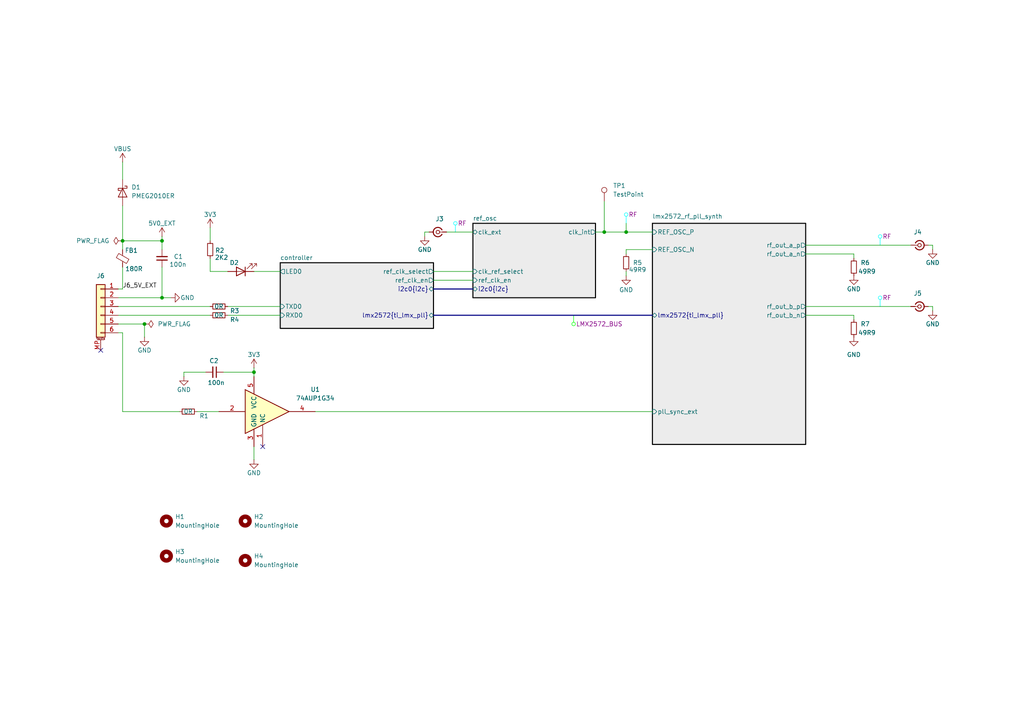
<source format=kicad_sch>
(kicad_sch (version 20250114) (generator "eeschema") (generator_version "9.0")
  (paper "A4")
  (title_block (title "TOP LEVEL") (date "2025-03-28") (rev "${REVISION}") (company "${COMPANY}"))
  (lib_symbols
    (symbol "74xGxx:74AUP1G34"
      (property "Reference" "U" (at -2.54 3.81 0))
      (property "Value" "74AUP1G34" (at 0 -3.81 0))
      (symbol "74AUP1G34_0_1"
        (polyline (pts (xy -7.62 6.35) (xy -7.62 -6.35) (xy 5.08 0) (xy -7.62 6.35)) (stroke (width 0.254)) (fill (type background)))
      )
      (symbol "74AUP1G34_1_1"
        (pin input line (at -15.24 0 0) (length 7.62) (name "~") (number "2"))
        (pin power_in line (at -5.08 10.16 270) (length 5.08) (name "VCC") (number "5"))
        (pin power_in line (at -5.08 -10.16 90) (length 5.08) (name "GND") (number "3"))
        (pin free line (at -2.54 -10.16 90) (length 6.35) (name "NC") (number "1"))
        (pin output line (at 12.7 0 180) (length 7.62) (name "~") (number "4"))
      )
    )
    (symbol "Connector:Conn_Coaxial_Small" (pin_numbers (hide yes)) (pin_names (offset 1.016) (hide yes))
      (property "Reference" "J" (at 0.254 3.048 0))
      (property "Value" "Conn_Coaxial_Small" (at 0 -3.81 0))
      (symbol "Conn_Coaxial_Small_0_1"
        (polyline (pts (xy -2.54 0) (xy -0.508 0)))
        (circle (center 0 0) (radius 0.508) (stroke (width 0.2032)))
      )
      (symbol "Conn_Coaxial_Small_1_1"
        (arc (start 1.3484 0.0039) (mid 0.327 -1.308) (end -1.1916 -0.6311) (stroke (width 0.3048)))
        (arc (start -1.1916 0.6311) (mid 0.327 1.3081) (end 1.3484 -0.0039) (stroke (width 0.3048)))
        (pin passive line (at -2.54 0 0) (length 1.27) (name "In") (number "1"))
        (pin passive line (at 2.54 0 180) (length 1.27) (name "Ext") (number "2"))
      )
    )
    (symbol "Connector:TestPoint" (pin_numbers (hide yes)) (pin_names (offset 0.762) (hide yes))
      (property "Reference" "TP" (at 0 6.858 0))
      (property "Value" "TestPoint" (at 0 5.08 0))
      (symbol "TestPoint_0_1"
        (circle (center 0 3.302) (radius 0.762))
      )
      (symbol "TestPoint_1_1"
        (pin passive line (at 0 0 90) (length 2.54) (name "1") (number "1"))
      )
    )
    (symbol "Connector_Generic_MountingPin:Conn_01x06_MountingPin" (pin_names (offset 1.016) (hide yes))
      (property "Reference" "J" (at 0 7.62 0))
      (property "Value" "Conn_01x06_MountingPin" (at 1.27 -10.16 0))
      (symbol "Conn_01x06_MountingPin_1_1"
        (rectangle (start -1.27 6.35) (end 1.27 -8.89) (stroke (width 0.254)) (fill (type background)))
        (rectangle (start -1.27 5.207) (end 0 4.953) (stroke (width 0.1524)))
        (rectangle (start -1.27 2.667) (end 0 2.413) (stroke (width 0.1524)))
        (rectangle (start -1.27 0.127) (end 0 -0.127) (stroke (width 0.1524)))
        (rectangle (start -1.27 -2.413) (end 0 -2.667) (stroke (width 0.1524)))
        (rectangle (start -1.27 -4.953) (end 0 -5.207) (stroke (width 0.1524)))
        (rectangle (start -1.27 -7.493) (end 0 -7.747) (stroke (width 0.1524)))
        (polyline (pts (xy -1.016 -9.652) (xy 1.016 -9.652)) (stroke (width 0.1524)))
        (text "Mounting" (at 0 -9.271 0) (effects (font (size 0.381 0.381))))
        (pin passive line (at -5.08 5.08 0) (length 3.81) (name "Pin_1") (number "1"))
        (pin passive line (at -5.08 2.54 0) (length 3.81) (name "Pin_2") (number "2"))
        (pin passive line (at -5.08 0 0) (length 3.81) (name "Pin_3") (number "3"))
        (pin passive line (at -5.08 -2.54 0) (length 3.81) (name "Pin_4") (number "4"))
        (pin passive line (at -5.08 -5.08 0) (length 3.81) (name "Pin_5") (number "5"))
        (pin passive line (at -5.08 -7.62 0) (length 3.81) (name "Pin_6") (number "6"))
        (pin passive line (at 0 -12.7 90) (length 3.048) (name "MountPin") (number "MP"))
      )
    )
    (symbol "Device:C_Small" (pin_numbers (hide yes)) (pin_names (offset 0.254) (hide yes))
      (property "Reference" "C" (at 0.254 1.778 0))
      (property "Value" "C_Small" (at 0.254 -2.032 0))
      (symbol "C_Small_0_1"
        (polyline (pts (xy -1.524 0.508) (xy 1.524 0.508)) (stroke (width 0.3048)))
        (polyline (pts (xy -1.524 -0.508) (xy 1.524 -0.508)) (stroke (width 0.3302)))
      )
      (symbol "C_Small_1_1"
        (pin passive line (at 0 2.54 270) (length 2.032) (name "~") (number "1"))
        (pin passive line (at 0 -2.54 90) (length 2.032) (name "~") (number "2"))
      )
    )
    (symbol "Device:FerriteBead_Small" (pin_numbers (hide yes)) (pin_names (offset 0))
      (property "Reference" "FB" (at 1.905 1.27 0))
      (property "Value" "FerriteBead_Small" (at 1.905 -1.27 0))
      (symbol "FerriteBead_Small_0_1"
        (polyline (pts (xy -1.8288 0.2794) (xy -1.1176 1.4986) (xy 1.8288 -0.2032) (xy 1.1176 -1.4224) (xy -1.8288 0.2794)))
        (polyline (pts (xy 0 0.889) (xy 0 1.2954)))
        (polyline (pts (xy 0 -1.27) (xy 0 -0.7874)))
      )
      (symbol "FerriteBead_Small_1_1"
        (pin passive line (at 0 2.54 270) (length 1.27) (name "~") (number "1"))
        (pin passive line (at 0 -2.54 90) (length 1.27) (name "~") (number "2"))
      )
    )
    (symbol "Device:LED" (pin_numbers (hide yes)) (pin_names (offset 1.016) (hide yes))
      (property "Reference" "D" (at 0 2.54 0))
      (property "Value" "LED" (at 0 -2.54 0))
      (symbol "LED_0_1"
        (polyline (pts (xy -3.048 -0.762) (xy -4.572 -2.286) (xy -3.81 -2.286) (xy -4.572 -2.286) (xy -4.572 -1.524)))
        (polyline (pts (xy -1.778 -0.762) (xy -3.302 -2.286) (xy -2.54 -2.286) (xy -3.302 -2.286) (xy -3.302 -1.524)))
        (polyline (pts (xy -1.27 0) (xy 1.27 0)))
        (polyline (pts (xy -1.27 -1.27) (xy -1.27 1.27)) (stroke (width 0.254)))
        (polyline (pts (xy 1.27 -1.27) (xy 1.27 1.27) (xy -1.27 0) (xy 1.27 -1.27)) (stroke (width 0.254)))
      )
      (symbol "LED_1_1"
        (pin passive line (at -3.81 0 0) (length 2.54) (name "K") (number "1"))
        (pin passive line (at 3.81 0 180) (length 2.54) (name "A") (number "2"))
      )
    )
    (symbol "Device:R_Small" (pin_numbers (hide yes)) (pin_names (offset 0.254) (hide yes))
      (property "Reference" "R" (at 0.762 0.508 0))
      (property "Value" "R_Small" (at 0.762 -1.016 0))
      (symbol "R_Small_0_1"
        (rectangle (start -0.762 1.778) (end 0.762 -1.778) (stroke (width 0.2032)))
      )
      (symbol "R_Small_1_1"
        (pin passive line (at 0 2.54 270) (length 0.762) (name "~") (number "1"))
        (pin passive line (at 0 -2.54 90) (length 0.762) (name "~") (number "2"))
      )
    )
    (symbol "Diode:PMEG2010ER" (pin_numbers (hide yes)) (pin_names (hide yes))
      (property "Reference" "D" (at 0 2.54 0))
      (property "Value" "PMEG2010ER" (at 0 -2.54 0))
      (symbol "PMEG2010ER_0_1"
        (polyline (pts (xy -1.905 0.635) (xy -1.905 1.27) (xy -1.27 1.27) (xy -1.27 -1.27) (xy -0.635 -1.27) (xy -0.635 -0.635)) (stroke (width 0.2032)))
        (polyline (pts (xy 1.27 1.27) (xy 1.27 -1.27) (xy -1.27 0) (xy 1.27 1.27)) (stroke (width 0.2032)))
        (polyline (pts (xy 1.27 0) (xy -1.27 0)))
      )
      (symbol "PMEG2010ER_1_1"
        (pin passive line (at -3.81 0 0) (length 2.54) (name "K") (number "1"))
        (pin passive line (at 3.81 0 180) (length 2.54) (name "A") (number "2"))
      )
    )
    (symbol "Mechanical:MountingHole" (pin_names (offset 1.016)) (exclude_from_sim yes) (in_bom no)
      (property "Reference" "H" (at 0 5.08 0))
      (property "Value" "MountingHole" (at 0 3.175 0))
      (symbol "MountingHole_0_1"
        (circle (center 0 0) (radius 1.27) (stroke (width 1.27)))
      )
    )
    (symbol "power:+3V3" (power) (pin_numbers (hide yes)) (pin_names (offset 0) (hide yes))
      (property "Value" "+3V3" (at 0 3.556 0))
      (symbol "+3V3_0_1"
        (polyline (pts (xy -0.762 1.27) (xy 0 2.54)))
        (polyline (pts (xy 0 2.54) (xy 0.762 1.27)))
        (polyline (pts (xy 0 0) (xy 0 2.54)))
      )
      (symbol "+3V3_1_1"
        (pin power_in line (at 0 0 90) (length 0) (name "~") (number "1"))
      )
    )
    (symbol "power:GND" (power) (pin_numbers (hide yes)) (pin_names (offset 0) (hide yes))
      (property "Value" "GND" (at 0 -3.81 0))
      (symbol "GND_0_1"
        (polyline (pts (xy 0 0) (xy 0 -1.27) (xy 1.27 -1.27) (xy 0 -2.54) (xy -1.27 -1.27) (xy 0 -1.27)))
      )
      (symbol "GND_1_1"
        (pin power_in line (at 0 0 270) (length 0) (name "~") (number "1"))
      )
    )
    (symbol "power:PWR_FLAG" (power) (pin_numbers (hide yes)) (pin_names (offset 0) (hide yes))
      (property "Value" "PWR_FLAG" (at 0 3.81 0))
      (symbol "PWR_FLAG_0_0"
        (pin power_out line (at 0 0 90) (length 0) (name "~") (number "1"))
      )
      (symbol "PWR_FLAG_0_1"
        (polyline (pts (xy 0 0) (xy 0 1.27) (xy -1.016 1.905) (xy 0 2.54) (xy 1.016 1.905) (xy 0 1.27)))
      )
    )
  )
  (junction (at 181.61 67.31))
  (junction (at 73.66 107.95))
  (junction (at 41.91 93.98))
  (junction (at 35.56 69.85))
  (junction (at 46.99 86.36))
  (junction (at 175.26 67.31))
  (junction (at 46.99 69.85))
  (no_connect (at 29.21 101.6))
  (no_connect (at 76.2 129.54))
  (wire (pts (xy 73.66 78.74) (xy 81.28 78.74)))
  (wire (pts (xy 34.29 91.44) (xy 60.96 91.44)))
  (bus (pts (xy 125.73 91.44) (xy 189.23 91.44)))
  (wire (pts (xy 60.96 66.04) (xy 60.96 69.85)))
  (wire (pts (xy 35.56 69.85) (xy 35.56 72.39)))
  (wire (pts (xy 125.73 81.28) (xy 137.16 81.28)))
  (wire (pts (xy 181.61 72.39) (xy 181.61 73.66)))
  (wire (pts (xy 41.91 93.98) (xy 41.91 97.79)))
  (wire (pts (xy 73.66 129.54) (xy 73.66 133.35)))
  (wire (pts (xy 233.68 71.12) (xy 264.16 71.12)))
  (wire (pts (xy 73.66 106.68) (xy 73.66 107.95)))
  (wire (pts (xy 35.56 83.82) (xy 34.29 83.82)))
  (wire (pts (xy 35.56 77.47) (xy 35.56 83.82)))
  (wire (pts (xy 57.15 119.38) (xy 63.5 119.38)))
  (wire (pts (xy 35.56 119.38) (xy 52.07 119.38)))
  (wire (pts (xy 66.04 91.44) (xy 81.28 91.44)))
  (wire (pts (xy 35.56 96.52) (xy 34.29 96.52)))
  (wire (pts (xy 233.68 88.9) (xy 264.16 88.9)))
  (wire (pts (xy 46.99 68.58) (xy 46.99 69.85)))
  (wire (pts (xy 175.26 58.42) (xy 175.26 67.31)))
  (wire (pts (xy 269.24 71.12) (xy 270.51 71.12)))
  (wire (pts (xy 34.29 93.98) (xy 41.91 93.98)))
  (wire (pts (xy 124.46 67.31) (xy 123.19 67.31)))
  (wire (pts (xy 233.68 73.66) (xy 247.65 73.66)))
  (wire (pts (xy 34.29 88.9) (xy 60.96 88.9)))
  (wire (pts (xy 181.61 67.31) (xy 189.23 67.31)))
  (wire (pts (xy 247.65 91.44) (xy 247.65 92.71)))
  (wire (pts (xy 64.77 107.95) (xy 73.66 107.95)))
  (wire (pts (xy 247.65 73.66) (xy 247.65 74.93)))
  (wire (pts (xy 35.56 59.69) (xy 35.56 69.85)))
  (wire (pts (xy 172.72 67.31) (xy 175.26 67.31)))
  (wire (pts (xy 60.96 78.74) (xy 60.96 74.93)))
  (wire (pts (xy 66.04 78.74) (xy 60.96 78.74)))
  (wire (pts (xy 35.56 46.99) (xy 35.56 52.07)))
  (wire (pts (xy 46.99 69.85) (xy 35.56 69.85)))
  (wire (pts (xy 175.26 67.31) (xy 181.61 67.31)))
  (wire (pts (xy 233.68 91.44) (xy 247.65 91.44)))
  (wire (pts (xy 181.61 78.74) (xy 181.61 80.01)))
  (wire (pts (xy 181.61 72.39) (xy 189.23 72.39)))
  (wire (pts (xy 46.99 72.39) (xy 46.99 69.85)))
  (bus (pts (xy 125.73 83.82) (xy 137.16 83.82)))
  (wire (pts (xy 49.53 86.36) (xy 46.99 86.36)))
  (wire (pts (xy 66.04 88.9) (xy 81.28 88.9)))
  (wire (pts (xy 46.99 86.36) (xy 34.29 86.36)))
  (wire (pts (xy 123.19 67.31) (xy 123.19 68.58)))
  (wire (pts (xy 129.54 67.31) (xy 137.16 67.31)))
  (wire (pts (xy 35.56 96.52) (xy 35.56 119.38)))
  (wire (pts (xy 46.99 77.47) (xy 46.99 86.36)))
  (wire (pts (xy 270.51 88.9) (xy 270.51 90.17)))
  (wire (pts (xy 181.61 64.77) (xy 181.61 67.31)))
  (wire (pts (xy 59.69 107.95) (xy 53.34 107.95)))
  (wire (pts (xy 91.44 119.38) (xy 189.23 119.38)))
  (wire (pts (xy 73.66 107.95) (xy 73.66 109.22)))
  (wire (pts (xy 270.51 71.12) (xy 270.51 72.39)))
  (wire (pts (xy 125.73 78.74) (xy 137.16 78.74)))
  (wire (pts (xy 269.24 88.9) (xy 270.51 88.9)))
  (wire (pts (xy 53.34 107.95) (xy 53.34 109.22)))
  (label "J6_5V_EXT" (at 35.56 83.82 0))
  (netclass_flag "" (length 2.54) (shape round) (at 255.27 71.12 0) (property "Netclass" "RF" (at 255.9685 68.58 0) (effects (justify left))))
  (netclass_flag "" (length 2.54) (shape round) (at 181.61 64.77 0) (property "Netclass" "RF" (at 182.3085 62.23 0) (effects (justify left))))
  (netclass_flag "" (length 2.54) (shape round) (at 255.27 88.9 0) (property "Netclass" "RF" (at 255.9685 86.36 0) (effects (justify left))))
  (netclass_flag "" (length 2.54) (shape round) (at 166.37 91.44 180) (property "Netclass" "LMX2572_BUS" (at 167.0685 93.98 0) (effects (justify left))))
  (netclass_flag "" (length 2.54) (shape round) (at 132.08 67.31 0) (property "Netclass" "RF" (at 132.7785 64.77 0) (effects (justify left))))
  (symbol (lib_id "Device:R_Small") (at 63.5 88.9 90) (unit 1)
    (property "Reference" "R3" (at 68.072 90.17 90))
    (property "Value" "0R" (at 63.5 88.9 90))
    (property "Footprint" "Resistor_SMD:R_0402_1005Metric" (effects (hide yes)))
    (property "Datasheet" "https://industrial.panasonic.com/ww/products/pt/general-purpose-chip-resistors/models/ERJ2GE0R00X" (effects (hide yes)))
    (property "Description" "RES SMD 0 OHM JUMPER 1/10W 0402" (effects (hide yes)))
    (property "Manufacturer" "Panasonic Electronic Components" (effects (hide yes)))
    (property "MPN" "ERJ-2GE0R00X" (effects (hide yes)))
    (property "Supplier" "Digikey" (effects (hide yes)))
    (property "SPN" "P0.0JCT-ND" (effects (hide yes)))
  )
  (symbol (lib_id "Diode:PMEG2010ER") (at 35.56 55.88 270) (unit 1)
    (property "Reference" "D1" (at 38.1 54.2924 90) (effects (justify left)))
    (property "Value" "PMEG2010ER" (at 38.1 56.8324 90) (effects (justify left)))
    (property "Footprint" "Diode_SMD:Nexperia_CFP3_SOD-123W" (effects (hide yes)))
    (property "Datasheet" "https://assets.nexperia.com/documents/data-sheet/PMEG2010ER.pdf" (effects (hide yes)))
    (property "Description" "DIODE SCHOTTKY 20V 1A SOD123W" (effects (hide yes)))
    (property "MPN" "PMEG2010ER,115" (effects (hide yes)))
    (property "Manufacturer" "Nexperia USA Inc." (effects (hide yes)))
    (property "SPN" "1727-5192-1-ND" (effects (hide yes)))
    (property "Supplier" "Digikey" (effects (hide yes)))
  )
  (symbol (lib_id "power:+3V3") (at 60.96 66.04 0) (unit 1)
    (property "Reference" "#PWR06" (effects (hide yes)))
    (property "Value" "3V3" (at 60.96 62.23 0))
    (property "Description" "Power symbol creates a global label with name \"+3V3\"" (effects (hide yes)))
  )
  (symbol (lib_id "Device:C_Small") (at 62.23 107.95 270) (unit 1)
    (property "Reference" "C2" (at 60.706 104.648 90) (effects (justify left)))
    (property "Value" "100n" (at 60.198 110.998 90) (effects (justify left)))
    (property "Footprint" "Capacitor_SMD:C_0402_1005Metric" (effects (hide yes)))
    (property "Datasheet" "https://mm.digikey.com/Volume0/opasdata/d220001/medias/docus/609/CL05B104KP5NNNC_Spec.pdf" (effects (hide yes)))
    (property "Description" "CAP CER 0.1UF 25V X7R 0402" (effects (hide yes)))
    (property "Manufacturer" "Samsung Electro-Mechanics" (effects (hide yes)))
    (property "MPN" "CL05B104KA5NNNC" (effects (hide yes)))
    (property "Supplier" "Digikey" (effects (hide yes)))
    (property "SPN" "1276-6720-1-ND" (effects (hide yes)))
    (property "C" "100n" (effects (hide yes)))
    (property "Voltage" "25V" (effects (hide yes)))
    (property "Tolerance" "10%" (effects (hide yes)))
    (property "Dielectric" "X7R" (effects (hide yes)))
  )
  (symbol (lib_id "74xGxx:74AUP1G34") (at 78.74 119.38 0) (unit 1)
    (property "Reference" "U1" (at 91.44 112.9598 0))
    (property "Value" "74AUP1G34" (at 91.44 115.4998 0))
    (property "Footprint" "Package_TO_SOT_SMD:SOT-353_SC-70-5" (effects (hide yes)))
    (property "Datasheet" "https://www.ti.com/lit/ds/symlink/sn74aup1g34.pdf" (effects (hide yes)))
    (property "Description" "Single Buffer Gate, Low-Voltage CMOS" (effects (hide yes)))
    (property "Manufacturer" "Diodes Incorporated" (effects (hide yes)))
    (property "MPN" "74AUP1G34SE-7" (effects (hide yes)))
    (property "Supplier" "Digikey" (effects (hide yes)))
    (property "SPN" "74AUP1G34SE-7-ND" (effects (hide yes)))
  )
  (symbol (lib_id "power:PWR_FLAG") (at 41.91 93.98 270) (unit 1)
    (property "Reference" "#FLG02" (effects (hide yes)))
    (property "Value" "PWR_FLAG" (at 45.72 93.9799 90) (effects (justify left)))
    (property "Description" "Special symbol for telling ERC where power comes from" (effects (hide yes)))
  )
  (symbol (lib_id "Device:R_Small") (at 63.5 91.44 90) (unit 1)
    (property "Reference" "R4" (at 68.072 92.71 90))
    (property "Value" "0R" (at 63.5 91.44 90))
    (property "Footprint" "Resistor_SMD:R_0402_1005Metric" (effects (hide yes)))
    (property "Datasheet" "https://industrial.panasonic.com/ww/products/pt/general-purpose-chip-resistors/models/ERJ2GE0R00X" (effects (hide yes)))
    (property "Description" "RES SMD 0 OHM JUMPER 1/10W 0402" (effects (hide yes)))
    (property "Manufacturer" "Panasonic Electronic Components" (effects (hide yes)))
    (property "MPN" "ERJ-2GE0R00X" (effects (hide yes)))
    (property "Supplier" "Digikey" (effects (hide yes)))
    (property "SPN" "P0.0JCT-ND" (effects (hide yes)))
  )
  (symbol (lib_id "Device:C_Small") (at 46.99 74.93 180) (unit 1)
    (property "Reference" "C1" (at 53.086 74.422 0) (effects (justify left)))
    (property "Value" "100n" (at 54.102 76.708 0) (effects (justify left)))
    (property "Footprint" "Capacitor_SMD:C_0402_1005Metric" (effects (hide yes)))
    (property "Datasheet" "https://mm.digikey.com/Volume0/opasdata/d220001/medias/docus/609/CL05B104KP5NNNC_Spec.pdf" (effects (hide yes)))
    (property "Description" "CAP CER 0.1UF 25V X7R 0402" (effects (hide yes)))
    (property "Manufacturer" "Samsung Electro-Mechanics" (effects (hide yes)))
    (property "MPN" "CL05B104KA5NNNC" (effects (hide yes)))
    (property "Supplier" "Digikey" (effects (hide yes)))
    (property "SPN" "1276-6720-1-ND" (effects (hide yes)))
    (property "C" "100n" (effects (hide yes)))
    (property "Voltage" "25V" (effects (hide yes)))
    (property "Tolerance" "10%" (effects (hide yes)))
    (property "Dielectric" "X7R" (effects (hide yes)))
  )
  (symbol (lib_id "Device:R_Small") (at 54.61 119.38 90) (unit 1)
    (property "Reference" "R1" (at 59.182 120.65 90))
    (property "Value" "0R" (at 54.61 119.38 90))
    (property "Footprint" "Resistor_SMD:R_0402_1005Metric" (effects (hide yes)))
    (property "Description" "RES SMD 0 OHM JUMPER 1/10W 0402" (effects (hide yes)))
    (property "Manufacturer" "Panasonic Electronic Components" (effects (hide yes)))
    (property "MFN" "ERJ-2GE0R00X" (effects (hide yes)))
    (property "Supplier" "Digikey" (effects (hide yes)))
    (property "SPN" "P0.0JCT-ND" (effects (hide yes)))
    (property "R" "0R" (effects (hide yes)))
    (property "MPN" "ERJ-2GE0R00X" (effects (hide yes)))
  )
  (symbol (lib_id "power:GND") (at 123.19 68.58 0) (mirror y) (unit 1)
    (property "Reference" "#PWR09" (effects (hide yes)))
    (property "Value" "GND" (at 123.19 72.39 0))
    (property "Description" "Power symbol creates a global label with name \"GND\" , ground" (effects (hide yes)))
  )
  (symbol (lib_id "power:GND") (at 270.51 72.39 0) (unit 1)
    (property "Reference" "#PWR013" (effects (hide yes)))
    (property "Value" "GND" (at 270.51 76.2 0))
    (property "Description" "Power symbol creates a global label with name \"GND\" , ground" (effects (hide yes)))
  )
  (symbol (lib_id "power:GND") (at 53.34 109.22 0) (mirror y) (unit 1)
    (property "Reference" "#PWR05" (effects (hide yes)))
    (property "Value" "GND" (at 53.34 113.03 0))
    (property "Description" "Power symbol creates a global label with name \"GND\" , ground" (effects (hide yes)))
  )
  (symbol (lib_id "power:+3V3") (at 46.99 68.58 0) (unit 1)
    (property "Reference" "#PWR03" (effects (hide yes)))
    (property "Value" "5V0_EXT" (at 46.99 64.77 0))
    (property "Description" "Power symbol creates a global label with name \"+3V3\"" (effects (hide yes)))
  )
  (symbol (lib_id "Mechanical:MountingHole") (at 48.26 161.29 0) (unit 1) (exclude_from_sim yes) (in_bom no)
    (property "Reference" "H3" (at 50.8 160.0199 0) (effects (justify left)))
    (property "Value" "MountingHole" (at 50.8 162.5599 0) (effects (justify left)))
    (property "Footprint" "MountingHole:MountingHole_2.7mm_M2.5" (effects (hide yes)))
    (property "Description" "Mounting Hole without connection" (effects (hide yes)))
  )
  (symbol (lib_id "Mechanical:MountingHole") (at 71.12 162.56 0) (unit 1) (exclude_from_sim yes) (in_bom no)
    (property "Reference" "H4" (at 73.66 161.2899 0) (effects (justify left)))
    (property "Value" "MountingHole" (at 73.66 163.8299 0) (effects (justify left)))
    (property "Footprint" "MountingHole:MountingHole_2.7mm_M2.5" (effects (hide yes)))
    (property "Description" "Mounting Hole without connection" (effects (hide yes)))
  )
  (symbol (lib_id "power:+3V3") (at 73.66 106.68 0) (unit 1)
    (property "Reference" "#PWR07" (effects (hide yes)))
    (property "Value" "3V3" (at 73.66 102.87 0))
    (property "Description" "Power symbol creates a global label with name \"+3V3\"" (effects (hide yes)))
  )
  (symbol (lib_id "Connector:Conn_Coaxial_Small") (at 266.7 71.12 0) (unit 1)
    (property "Reference" "J4" (at 266.1804 67.31 0))
    (property "Value" "Conn_Coaxial_Small" (effects (hide yes)))
    (property "Footprint" "Connector_Coaxial:SMA_Samtec_SMA-J-P-H-ST-EM1_EdgeMount" (effects (hide yes)))
    (property "Description" "CONN SMA JACK STR 50OHM EDGE MNT" (effects (hide yes)))
    (property "Manufacturer" "Samtec Inc." (effects (hide yes)))
    (property "MPN" "SMA-J-P-H-ST-EM1" (effects (hide yes)))
    (property "Supplier" "Digikey" (effects (hide yes)))
    (property "SPN" "SAM8857-ND" (effects (hide yes)))
  )
  (symbol (lib_id "power:GND") (at 247.65 97.79 0) (unit 1)
    (property "Reference" "#PWR012" (effects (hide yes)))
    (property "Value" "GND" (at 247.65 102.87 0))
    (property "Description" "Power symbol creates a global label with name \"GND\" , ground" (effects (hide yes)))
  )
  (symbol (lib_id "power:GND") (at 49.53 86.36 90) (mirror x) (unit 1)
    (property "Reference" "#PWR04" (effects (hide yes)))
    (property "Value" "GND" (at 54.356 86.36 90))
    (property "Description" "Power symbol creates a global label with name \"GND\" , ground" (effects (hide yes)))
  )
  (symbol (lib_id "Device:R_Small") (at 247.65 95.25 0) (mirror x) (unit 1)
    (property "Reference" "R7" (at 250.952 93.98 0))
    (property "Value" "49R9" (at 251.46 96.52 0))
    (property "Footprint" "Resistor_SMD:R_0402_1005Metric" (effects (hide yes)))
    (property "Datasheet" "https://www.susumu.co.jp/common/pdf/n_catalog_partition05_en.pdf" (effects (hide yes)))
    (property "Description" "RES SMD 49.9 OHM 0.5% 1/16W 0402" (effects (hide yes)))
    (property "Manufacturer" "Susumu" (effects (hide yes)))
    (property "MPN" "RR0510R-49R9-D" (effects (hide yes)))
    (property "Supplier" "Digikey" (effects (hide yes)))
    (property "SPN" "RR05R49.9DCT-ND" (effects (hide yes)))
  )
  (symbol (lib_id "power:GND") (at 41.91 97.79 0) (mirror y) (unit 1)
    (property "Reference" "#PWR02" (effects (hide yes)))
    (property "Value" "GND" (at 41.91 101.6 0))
    (property "Description" "Power symbol creates a global label with name \"GND\" , ground" (effects (hide yes)))
  )
  (symbol (lib_id "power:PWR_FLAG") (at 35.56 69.85 90) (unit 1)
    (property "Reference" "#FLG01" (effects (hide yes)))
    (property "Value" "PWR_FLAG" (at 31.75 69.8499 90) (effects (justify left)))
    (property "Description" "Special symbol for telling ERC where power comes from" (effects (hide yes)))
  )
  (symbol (lib_id "Device:FerriteBead_Small") (at 35.56 74.93 180) (unit 1)
    (property "Reference" "FB1" (at 38.1 72.644 0))
    (property "Value" "180R" (at 38.862 77.978 0))
    (property "Footprint" "Inductor_SMD:L_0402_1005Metric" (effects (hide yes)))
    (property "Datasheet" "https://www.mouser.com/datasheet/2/281/QNFA9118-1915745.pdf" (effects (hide yes)))
    (property "Description" "Ferrite bead, small symbol" (effects (hide yes)))
    (property "Manufacturer" "Murata" (effects (hide yes)))
    (property "MPN" "BLM15PX181SZ1D" (effects (hide yes)))
    (property "Supplier" "Mouser" (effects (hide yes)))
    (property "SPN" "81-BLM15PX181SZ1D " (effects (hide yes)))
    (property "Imax" "1.5A" (effects (hide yes)))
  )
  (symbol (lib_id "power:GND") (at 73.66 133.35 0) (mirror y) (unit 1)
    (property "Reference" "#PWR08" (effects (hide yes)))
    (property "Value" "GND" (at 73.66 137.16 0))
    (property "Description" "Power symbol creates a global label with name \"GND\" , ground" (effects (hide yes)))
  )
  (symbol (lib_id "Device:R_Small") (at 247.65 77.47 0) (mirror x) (unit 1)
    (property "Reference" "R6" (at 250.952 76.2 0))
    (property "Value" "49R9" (at 251.46 78.74 0))
    (property "Footprint" "Resistor_SMD:R_0402_1005Metric" (effects (hide yes)))
    (property "Datasheet" "https://www.susumu.co.jp/common/pdf/n_catalog_partition05_en.pdf" (effects (hide yes)))
    (property "Description" "RES SMD 49.9 OHM 0.5% 1/16W 0402" (effects (hide yes)))
    (property "Manufacturer" "Susumu" (effects (hide yes)))
    (property "MPN" "RR0510R-49R9-D" (effects (hide yes)))
    (property "Supplier" "Digikey" (effects (hide yes)))
    (property "SPN" "RR05R49.9DCT-ND" (effects (hide yes)))
  )
  (symbol (lib_id "Device:R_Small") (at 181.61 76.2 180) (unit 1)
    (property "Reference" "R5" (at 184.912 76.2 0))
    (property "Value" "49R9" (at 184.912 78.232 0))
    (property "Footprint" "Resistor_SMD:R_0402_1005Metric" (effects (hide yes)))
    (property "Description" "RES SMD 49.9 OHM 0.5% 1/16W 0402" (effects (hide yes)))
    (property "Manufacturer" "Susumu" (effects (hide yes)))
    (property "MFN" "CRCW040251R0JNED" (effects (hide yes)))
    (property "Supplier" "Digikey" (effects (hide yes)))
    (property "SPN" "RR05R49.9DCT-ND" (effects (hide yes)))
    (property "R" "51R" (effects (hide yes)))
    (property "Tolerance" "5%" (effects (hide yes)))
    (property "MPN" "RR0510R-49R9-D" (effects (hide yes)))
  )
  (symbol (lib_id "Connector:Conn_Coaxial_Small") (at 127 67.31 0) (mirror y) (unit 1)
    (property "Reference" "J3" (at 127.5196 63.5 0))
    (property "Value" "Conn_Coaxial_Small" (effects (hide yes)))
    (property "Footprint" "Connector_Coaxial:SMA_Samtec_SMA-J-P-H-ST-EM1_EdgeMount" (effects (hide yes)))
    (property "Description" "CONN SMA JACK STR 50OHM EDGE MNT" (effects (hide yes)))
    (property "Manufacturer" "Samtec Inc." (effects (hide yes)))
    (property "MPN" "SMA-J-P-H-ST-EM1" (effects (hide yes)))
    (property "Supplier" "Digikey" (effects (hide yes)))
    (property "SPN" "SAM8857-ND" (effects (hide yes)))
  )
  (symbol (lib_id "Mechanical:MountingHole") (at 71.12 151.13 0) (unit 1) (exclude_from_sim yes) (in_bom no)
    (property "Reference" "H2" (at 73.66 149.8599 0) (effects (justify left)))
    (property "Value" "MountingHole" (at 73.66 152.3999 0) (effects (justify left)))
    (property "Footprint" "MountingHole:MountingHole_2.7mm_M2.5" (effects (hide yes)))
    (property "Description" "Mounting Hole without connection" (effects (hide yes)))
  )
  (symbol (lib_id "power:GND") (at 247.65 80.01 0) (unit 1)
    (property "Reference" "#PWR011" (effects (hide yes)))
    (property "Value" "GND" (at 247.65 83.82 0))
    (property "Description" "Power symbol creates a global label with name \"GND\" , ground" (effects (hide yes)))
  )
  (symbol (lib_id "Device:R_Small") (at 60.96 72.39 0) (unit 1)
    (property "Reference" "R2" (at 63.754 72.644 0))
    (property "Value" "2K2" (at 64.262 74.676 0))
    (property "Footprint" "Resistor_SMD:R_0402_1005Metric" (effects (hide yes)))
    (property "Datasheet" "https://industrial.panasonic.com/cdbs/www-data/pdf/RDM0000/AOA0000C307.pdf" (effects (hide yes)))
    (property "Description" "RES SMD 2.2K OHM 0.5% 1/16W 0402" (effects (hide yes)))
    (property "Manufacturer" "Panasonic Electronic Components" (effects (hide yes)))
    (property "MPN" "ERA-2AED222X" (effects (hide yes)))
    (property "Supplier" "Digikey" (effects (hide yes)))
    (property "SPN" "P2.2KDECT-ND" (effects (hide yes)))
    (property "Cost" "0.1" (effects (hide yes)))
  )
  (symbol (lib_id "Connector_Generic_MountingPin:Conn_01x06_MountingPin") (at 29.21 88.9 0) (mirror y) (unit 1)
    (property "Reference" "J6" (at 29.21 80.01 0))
    (property "Value" "Conn_01x06_MountingPin" (effects (hide yes)))
    (property "Footprint" "Connector_JST:JST_GH_SM06B-GHS-TB_1x06-1MP_P1.25mm_Horizontal" (effects (hide yes)))
    (property "Description" "CONN HEADER SMD R/A 6POS 1.25MM" (effects (hide yes)))
    (property "Manufacturer" "JST" (effects (hide yes)))
    (property "MPN" "SM06B-GHS-TB" (effects (hide yes)))
    (property "Supplier" "Digikey" (effects (hide yes)))
    (property "SPN" "455-1568-1-ND" (effects (hide yes)))
  )
  (symbol (lib_id "Connector:Conn_Coaxial_Small") (at 266.7 88.9 0) (unit 1)
    (property "Reference" "J5" (at 266.1804 85.09 0))
    (property "Value" "Conn_Coaxial_Small" (effects (hide yes)))
    (property "Footprint" "Connector_Coaxial:SMA_Samtec_SMA-J-P-H-ST-EM1_EdgeMount" (effects (hide yes)))
    (property "Description" "CONN SMA JACK STR 50OHM EDGE MNT" (effects (hide yes)))
    (property "Manufacturer" "Samtec Inc." (effects (hide yes)))
    (property "MPN" "SMA-J-P-H-ST-EM1" (effects (hide yes)))
    (property "Supplier" "Digikey" (effects (hide yes)))
    (property "SPN" "SAM8857-ND" (effects (hide yes)))
  )
  (symbol (lib_id "power:GND") (at 270.51 90.17 0) (unit 1)
    (property "Reference" "#PWR014" (effects (hide yes)))
    (property "Value" "GND" (at 270.51 93.98 0))
    (property "Description" "Power symbol creates a global label with name \"GND\" , ground" (effects (hide yes)))
  )
  (symbol (lib_id "power:+3V3") (at 35.56 46.99 0) (unit 1)
    (property "Reference" "#PWR01" (effects (hide yes)))
    (property "Value" "VBUS" (at 35.56 43.18 0))
    (property "Description" "Power symbol creates a global label with name \"+3V3\"" (effects (hide yes)))
  )
  (symbol (lib_id "power:GND") (at 181.61 80.01 0) (unit 1)
    (property "Reference" "#PWR010" (effects (hide yes)))
    (property "Value" "GND" (at 181.61 84.074 0))
    (property "Description" "Power symbol creates a global label with name \"GND\" , ground" (effects (hide yes)))
  )
  (symbol (lib_id "Device:LED") (at 69.85 78.74 180) (unit 1)
    (property "Reference" "D2" (at 67.945 76.2 0))
    (property "Value" "LED" (effects (hide yes)))
    (property "Footprint" "LED_SMD:LED_0603_1608Metric" (effects (hide yes)))
    (property "Description" "Light emitting diode" (effects (hide yes)))
    (property "Sim.Pins" "1=K 2=A" (effects (hide yes)))
    (property "Manufacturer" "Würth Elektronik" (effects (hide yes)))
    (property "MPN" "150060SS75000" (effects (hide yes)))
    (property "Supplier" "Digikey" (effects (hide yes)))
    (property "SPN" "732-4979-1-ND" (effects (hide yes)))
  )
  (symbol (lib_id "Connector:TestPoint") (at 175.26 58.42 0) (unit 1) (in_bom no)
    (property "Reference" "TP1" (at 177.8 53.8479 0) (effects (justify left)))
    (property "Value" "TestPoint" (at 177.8 56.3879 0) (effects (justify left)))
    (property "Footprint" "TestPoint:TestPoint_THTPad_1.0x1.0mm_Drill0.5mm" (effects (hide yes)))
    (property "Description" "test point" (effects (hide yes)))
  )
  (symbol (lib_id "Mechanical:MountingHole") (at 48.26 151.13 0) (unit 1) (exclude_from_sim yes) (in_bom no)
    (property "Reference" "H1" (at 50.8 149.8599 0) (effects (justify left)))
    (property "Value" "MountingHole" (at 50.8 152.3999 0) (effects (justify left)))
    (property "Footprint" "MountingHole:MountingHole_2.7mm_M2.5" (effects (hide yes)))
    (property "Description" "Mounting Hole without connection" (effects (hide yes)))
  )
  (sheet (at 81.28 76.2) (size 44.45 19.05) (stroke (width 0.3048) (color 0 0 0 1)) (fill (color 194 194 194 0.3100))
    (property "Sheetname" "controller" (at 81.28 75.4884 0) (effects (justify left bottom)))
    (property "Sheetfile" "xia0_esp32s3p_controller.kicad_sch" (effects (hide yes)))
    (pin "lmx2572{ti_lmx_pll}" bidirectional (at 125.73 91.44 0))
    (pin "RXD0" input (at 81.28 91.44 180))
    (pin "TXD0" input (at 81.28 88.9 180))
    (pin "i2c0{i2c}" bidirectional (at 125.73 83.82 0))
    (pin "LED0" output (at 81.28 78.74 180))
    (pin "ref_clk_en" output (at 125.73 81.28 0))
    (pin "ref_clk_select" output (at 125.73 78.74 0))
  )
  (sheet (at 137.16 64.77) (size 35.56 21.59) (stroke (width 0.3048) (color 0 0 0 1)) (fill (color 194 194 194 0.3100))
    (property "Sheetname" "ref_osc" (at 137.16 64.0584 0) (effects (justify left bottom)))
    (property "Sheetfile" "reference_clock.kicad_sch" (effects (hide yes)))
    (pin "clk_ext" bidirectional (at 137.16 67.31 180))
    (pin "clk_int" output (at 172.72 67.31 0))
    (pin "clk_ref_select" input (at 137.16 78.74 180))
    (pin "i2c0{i2c}" bidirectional (at 137.16 83.82 180))
    (pin "ref_clk_en" input (at 137.16 81.28 180))
  )
  (sheet (at 189.23 64.77) (size 44.45 64.135) (stroke (width 0.3048) (color 0 0 0 1)) (fill (color 194 194 194 0.3100))
    (property "Sheetname" "lmx2572_rf_pll_synth" (at 189.23 63.5 0) (effects (justify left bottom)))
    (property "Sheetfile" "lmx2572_rf_pll.kicad_sch" (effects (hide yes)))
    (pin "REF_OSC_N" input (at 189.23 72.39 180))
    (pin "REF_OSC_P" input (at 189.23 67.31 180))
    (pin "rf_out_a_p" output (at 233.68 71.12 0))
    (pin "rf_out_b_p" output (at 233.68 88.9 0))
    (pin "rf_out_b_n" output (at 233.68 91.44 0))
    (pin "rf_out_a_n" output (at 233.68 73.66 0))
    (pin "lmx2572{ti_lmx_pll}" bidirectional (at 189.23 91.44 180))
    (pin "pll_sync_ext" input (at 189.23 119.38 180))
  )
)
</source>
